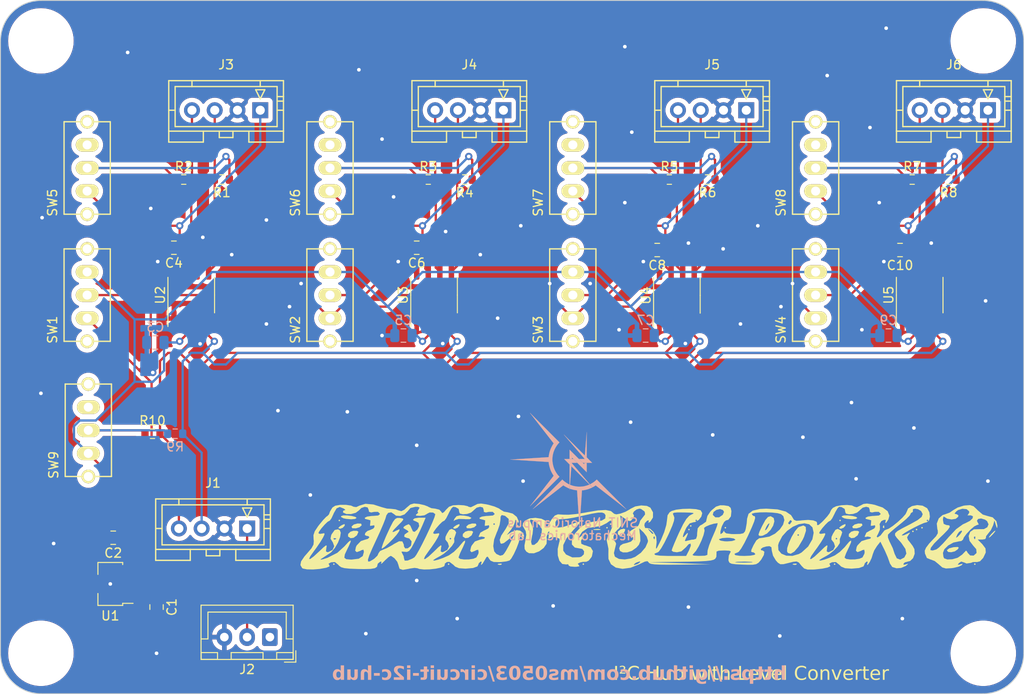
<source format=kicad_pcb>
(kicad_pcb (version 20221018) (generator pcbnew)
  (layers (0 "F.Cu" signal) (31 "B.Cu" signal) (34 "B.Paste" user) (35 "F.Paste" user) (36 "B.SilkS" user "B.Silkscreen") (37 "F.SilkS" user "F.Silkscreen") (38 "B.Mask" user) (39 "F.Mask" user) (44 "Edge.Cuts" user))
  (net 0 "")
  (net 1 "+5V")
  (net 2 "GND")
  (net 3 "+3.3V")
  (net 4 "/SCL")
  (net 5 "/SDA")
  (net 7 "Net-(J3-Pin_4)")
  (net 8 "Net-(J3-Pin_3)")
  (net 9 "Net-(J3-Pin_1)")
  (net 10 "Net-(J4-Pin_4)")
  (net 11 "Net-(J4-Pin_3)")
  (net 12 "Net-(J4-Pin_1)")
  (net 13 "Net-(J5-Pin_4)")
  (net 14 "Net-(J5-Pin_3)")
  (net 15 "Net-(J5-Pin_1)")
  (net 16 "Net-(J6-Pin_4)")
  (net 17 "Net-(J6-Pin_3)")
  (net 18 "Net-(J6-Pin_1)")
  (net 19 "Net-(R1-Pad1)")
  (net 20 "Net-(R3-Pad1)")
  (net 21 "Net-(R5-Pad1)")
  (net 22 "Net-(R7-Pad1)")
  (net 23 "Net-(R10-Pad1)")
  (footprint "mecha_connectors:XA_4pin_Straight" (layer "F.Cu") (at 113.685 64.135 180)
    (fp_text reference "J3")
    (fp_text value "SLAVE1")
  )
  (footprint "Capacitor_SMD:C_0805_2012Metric" (layer "F.Cu") (at 107.95 79.248 180)
    (fp_text reference "C4")
    (fp_text value "0.1u")
  )
  (footprint "Package_TO_SOT_SMD:SOT-89-3" (layer "F.Cu") (at 100.965 116.205 180)
    (fp_text reference "U1")
    (fp_text value "L78L33")
  )
  (footprint "mecha:holeφ3.2" (layer "F.Cu") (at 93.345 56.515)
    (fp_text reference " ")
    (fp_text value "holeφ3.2")
  )
  (footprint "kaibunsho:kaibunsho" (layer "F.Cu") (at 160.02 111.125)
    (fp_text reference "G***" hide)
    (fp_text value "LOGO" hide)
  )
  (footprint "Resistor_SMD:R_0603_1608Metric" (layer "F.Cu") (at 193.04 71.755 180)
    (fp_text reference "R8")
    (fp_text value "3.3k")
  )
  (footprint "Package_SO:SO-8_3.9x4.9mm_P1.27mm" (layer "F.Cu") (at 163.195 84.49 90)
    (fp_text reference "U4")
    (fp_text value "PCA9306D")
  )
  (footprint "mecha_connectors:XA_4pin_Straight" (layer "F.Cu") (at 167.065 64.135 180)
    (fp_text reference "J5")
    (fp_text value "SLAVE3")
  )
  (footprint "mecha:toggle_1-2" (layer "F.Cu") (at 178.435 84.455 90)
    (fp_text reference "SW4")
    (fp_text value "SLAVE4_LVL")
  )
  (footprint "Capacitor_SMD:C_0805_2012Metric" (layer "F.Cu") (at 134.62 79.248 180)
    (fp_text reference "C6")
    (fp_text value "0.1u")
  )
  (footprint "mecha:toggle_1-2" (layer "F.Cu") (at 98.552 99.314 90)
    (fp_text reference "SW9")
    (fp_text value "MASTER_PLUP")
  )
  (footprint "Resistor_SMD:R_0603_1608Metric" (layer "F.Cu") (at 135.89 71.755)
    (fp_text reference "R3")
    (fp_text value "3.3k")
  )
  (footprint "Resistor_SMD:R_0603_1608Metric" (layer "F.Cu") (at 105.6 99.695)
    (fp_text reference "R10")
    (fp_text value "3.3k")
  )
  (footprint "mecha:toggle_1-2" (layer "F.Cu") (at 178.435 70.485 90)
    (fp_text reference "SW8")
    (fp_text value "SLAVE4_PLUP")
  )
  (footprint "Package_SO:SO-8_3.9x4.9mm_P1.27mm" (layer "F.Cu") (at 189.865 84.455 90)
    (fp_text reference "U5")
    (fp_text value "PCA9306D")
  )
  (footprint "Resistor_SMD:R_0603_1608Metric" (layer "F.Cu") (at 189.04 71.755)
    (fp_text reference "R7")
    (fp_text value "3.3k")
  )
  (footprint "Package_SO:SO-8_3.9x4.9mm_P1.27mm" (layer "F.Cu") (at 136.525 84.455 90)
    (fp_text reference "U3")
    (fp_text value "PCA9306D")
  )
  (footprint "Resistor_SMD:R_0603_1608Metric" (layer "F.Cu") (at 162.37 71.755)
    (fp_text reference "R5")
    (fp_text value "3.3k")
  )
  (footprint "mecha:holeφ3.2" (layer "F.Cu") (at 93.345 123.825)
    (fp_text reference " ")
    (fp_text value "holeφ3.2")
  )
  (footprint "Resistor_SMD:R_0603_1608Metric" (layer "F.Cu") (at 109.03 71.755)
    (fp_text reference "R2")
    (fp_text value "3.3k")
  )
  (footprint "mecha:toggle_1-2" (layer "F.Cu") (at 125.095 70.485 90)
    (fp_text reference "SW6")
    (fp_text value "SLAVE2_PLUP")
  )
  (footprint "mecha_connectors:XA_4pin_Straight" (layer "F.Cu") (at 140.395 64.135 180)
    (fp_text reference "J4")
    (fp_text value "SLAVE2")
  )
  (footprint "mecha_connectors:XA_4pin_Straight" (layer "F.Cu") (at 112.248 110.109 180)
    (fp_text reference "J1")
    (fp_text value "MASTER")
  )
  (footprint "Capacitor_SMD:C_0805_2012Metric" (layer "F.Cu") (at 101.285 111.125 180)
    (fp_text reference "C2")
    (fp_text value "0.1u")
  )
  (footprint "mecha:holeφ3.2" (layer "F.Cu") (at 196.85 123.825)
    (fp_text reference " ")
    (fp_text value "holeφ3.2")
  )
  (footprint "mecha_connectors:XA_4pin_Straight" (layer "F.Cu") (at 193.615 64.135 180)
    (fp_text reference "J6")
    (fp_text value "SLAVE4")
  )
  (footprint "Resistor_SMD:R_0603_1608Metric" (layer "F.Cu") (at 166.56 71.755 180)
    (fp_text reference "R6")
    (fp_text value "3.3k")
  )
  (footprint "mecha:toggle_1-2" (layer "F.Cu") (at 151.765 70.485 90)
    (fp_text reference "SW7")
    (fp_text value "SLAVE3_PLUP")
  )
  (footprint "mecha:toggle_1-2" (layer "F.Cu") (at 98.425 70.485 90)
    (fp_text reference "SW5")
    (fp_text value "SLAVE1_PLUP")
  )
  (footprint "Capacitor_SMD:C_0805_2012Metric" (layer "F.Cu") (at 106.045 118.745 -90)
    (fp_text reference "C1")
    (fp_text value "0.33u")
  )
  (footprint "Connector_JST:JST_XH_B3B-XH-A_1x03_P2.50mm_Vertical" (layer "F.Cu") (at 118.491 122.047 180)
    (fp_text reference "J2")
    (fp_text value "EXT_PWR")
  )
  (footprint "Capacitor_SMD:C_0805_2012Metric" (layer "F.Cu") (at 161.036 79.502 180)
    (fp_text reference "C8")
    (fp_text value "0.1u")
  )
  (footprint "Package_SO:SO-8_3.9x4.9mm_P1.27mm" (layer "F.Cu") (at 109.855 84.455 90)
    (fp_text reference "U2")
    (fp_text value "PCA9306D")
  )
  (footprint "mecha:toggle_1-2" (layer "F.Cu") (at 125.095 84.455 90)
    (fp_text reference "SW2")
    (fp_text value "SLAVE2_LVL")
  )
  (footprint "mecha:toggle_1-2" (layer "F.Cu") (at 98.425 84.455 90)
    (fp_text reference "SW1")
    (fp_text value "SLAVE1_LVL")
  )
  (footprint "mecha:holeφ3.2" (layer "F.Cu") (at 196.85 56.515)
    (fp_text reference " ")
    (fp_text value "holeφ3.2")
  )
  (footprint "mecha:toggle_1-2" (layer "F.Cu") (at 151.765 84.455 90)
    (fp_text reference "SW3")
    (fp_text value "SLAVE3_LVL")
  )
  (footprint "Resistor_SMD:R_0603_1608Metric" (layer "F.Cu") (at 113.22 71.755 180)
    (fp_text reference "R1")
    (fp_text value "3.3k")
  )
  (footprint "Resistor_SMD:R_0603_1608Metric" (layer "F.Cu") (at 139.89 71.755 180)
    (fp_text reference "R4")
    (fp_text value "3.3k")
  )
  (footprint "Capacitor_SMD:C_0805_2012Metric" (layer "F.Cu") (at 187.706 79.502 180)
    (fp_text reference "C10")
    (fp_text value "0.1u")
  )
  (footprint "Capacitor_SMD:C_0805_2012Metric" (layer "B.Cu") (at 159.766 88.9 180)
    (fp_text reference "C7")
    (fp_text value "0.1u")
  )
  (footprint "Resistor_SMD:R_0603_1608Metric" (layer "B.Cu") (at 108.0902 99.695)
    (fp_text reference "R9")
    (fp_text value "3.3k")
  )
  (footprint "Capacitor_SMD:C_0805_2012Metric" (layer "B.Cu") (at 105.918 89.662 180)
    (fp_text reference "C3")
    (fp_text value "0.1u")
  )
  (footprint "mecha:LOGO" (layer "B.Cu") (at 151.638 103.886 180)
    (fp_text reference "G***" hide)
    (fp_text value "LOGO" hide)
  )
  (footprint "Capacitor_SMD:C_0805_2012Metric" (layer "B.Cu") (at 186.436 88.9 180)
    (fp_text reference "C9")
    (fp_text value "0.1u")
  )
  (footprint "Capacitor_SMD:C_0805_2012Metric" (layer "B.Cu") (at 133.162 88.9 180)
    (fp_text reference "C5")
    (fp_text value "0.1u")
  )
  (gr_arc (start 196.85 52.07) (mid 199.99309 53.37191) (end 201.295 56.515) (stroke (width 0.1)) (layer "Edge.Cuts"))
  (gr_line (start 93.345 52.07) (end 196.85 52.07) (stroke (width 0.1)) (layer "Edge.Cuts"))
  (gr_line (start 196.85 128.27) (end 93.345 128.27) (stroke (width 0.1)) (layer "Edge.Cuts"))
  (gr_arc (start 88.9 56.515) (mid 90.20191 53.37191) (end 93.345 52.07) (stroke (width 0.1)) (layer "Edge.Cuts"))
  (gr_arc (start 93.345 128.27) (mid 90.20191 126.96809) (end 88.9 123.825) (stroke (width 0.1)) (layer "Edge.Cuts"))
  (gr_arc (start 201.295 123.825) (mid 199.99309 126.96809) (end 196.85 128.27) (stroke (width 0.1)) (layer "Edge.Cuts"))
  (gr_line (start 201.295 56.515) (end 201.295 123.825) (stroke (width 0.1)) (layer "Edge.Cuts"))
  (gr_line (start 88.9 123.825) (end 88.9 56.515) (stroke (width 0.1)) (layer "Edge.Cuts"))
  (gr_text "https://github.com/ms0503/circuit-i2c-hub" (at 175.26 127) (layer "B.SilkS") (effects (font (size 1.5 1.5) (thickness 0.3) bold) (justify left bottom mirror)))
  (gr_text "I²C Hub with Level Converter" (at 156.21 127) (layer "F.SilkS") (effects (font (size 1.5 1.5)) (justify left bottom)))
  (segment (start 109.855 117.795) (end 114.401 117.795) (width 0.25) (layer "F.Cu") (net 1))
  (segment (start 132.715 84.455) (end 149.225 84.455) (width 0.25) (layer "F.Cu") (net 1))
  (segment (start 159.385 84.455) (end 175.895 84.455) (width 0.25) (layer "F.Cu") (net 1))
  (segment (start 114.401 117.795) (end 115.991 116.205) (width 0.25) (layer "F.Cu") (net 1))
  (segment (start 102.915 117.705) (end 105.955 117.705) (width 0.25) (layer "F.Cu") (net 1))
  (segment (start 98.425 86.995) (end 104.14 92.71) (width 0.25) (layer "F.Cu") (net 1))
  (segment (start 125.095 86.995) (end 126.365 85.725) (width 0.25) (layer "F.Cu") (net 1))
  (segment (start 153.035 85.725) (end 158.115 85.725) (width 0.25) (layer "F.Cu") (net 1))
  (segment (start 158.115 85.725) (end 159.385 84.455) (width 0.25) (layer "F.Cu") (net 1))
  (segment (start 109.06 117) (end 109.855 117.795) (width 0.25) (layer "F.Cu") (net 1))
  (segment (start 105.5 94.07) (end 105.5 113.44) (width 0.25) (layer "F.Cu") (net 1))
  (segment (start 109.06 117) (end 108.265 117.795) (width 0.25) (layer "F.Cu") (net 1))
  (segment (start 105.41 91.44) (end 105.41 85.725) (width 0.25) (layer "F.Cu") (net 1))
  (segment (start 126.365 85.725) (end 131.445 85.725) (width 0.25) (layer "F.Cu") (net 1))
  (segment (start 105.955 117.705) (end 106.045 117.795) (width 0.25) (layer "F.Cu") (net 1))
  (segment (start 104.14 92.71) (end 105.41 91.44) (width 0.25) (layer "F.Cu") (net 1))
  (segment (start 104.14 92.71) (end 105.5 94.07) (width 0.25) (layer "F.Cu") (net 1))
  (segment (start 115.991 116.205) (end 115.991 110.116) (width 0.25) (layer "F.Cu") (net 1))
  (segment (start 115.991 110.116) (end 115.998 110.109) (width 0.25) (layer "F.Cu") (net 1))
  (segment (start 105.5 113.44) (end 109.06 117) (width 0.25) (layer "F.Cu") (net 1))
  (segment (start 151.765 86.995) (end 153.035 85.725) (width 0.25) (layer "F.Cu") (net 1))
  (segment (start 122.555 84.455) (end 125.095 86.995) (width 0.25) (layer "F.Cu") (net 1))
  (segment (start 175.895 84.455) (end 178.435 86.995) (width 0.25) (layer "F.Cu") (net 1))
  (segment (start 108.265 117.795) (end 106.045 117.795) (width 0.25) (layer "F.Cu") (net 1))
  (segment (start 115.991 119.385) (end 114.401 117.795) (width 0.25) (layer "F.Cu") (net 1))
  (segment (start 106.68 84.455) (end 122.555 84.455) (width 0.25) (layer "F.Cu") (net 1))
  (segment (start 131.445 85.725) (end 132.715 84.455) (width 0.25) (layer "F.Cu") (net 1))
  (segment (start 149.225 84.455) (end 151.765 86.995) (width 0.25) (layer "F.Cu") (net 1))
  (segment (start 105.41 85.725) (end 106.68 84.455) (width 0.25) (layer "F.Cu") (net 1))
  (segment (start 115.991 122.047) (end 115.991 119.385) (width 0.25) (layer "F.Cu") (net 1))
  (via (at 141.605 80.01) (size 0.8) (drill 0.4) (layers "F.Cu" "B.Cu") (net 2))
  (via (at 172.085 76.835) (size 0.8) (drill 0.4) (layers "F.Cu" "B.Cu") (net 2))
  (via (at 175.895 83.185) (size 0.8) (drill 0.4) (layers "F.Cu" "B.Cu") (net 2))
  (via (at 197.104 85.09) (size 0.8) (drill 0.4) (layers "F.Cu" "B.Cu") (net 2))
  (via (at 137.478734 89.782344) (size 0.8) (drill 0.4) (layers "F.Cu" "B.Cu") (net 2))
  (via (at 128.27 59.69) (size 0.8) (drill 0.4) (layers "F.Cu" "B.Cu") (net 2))
  (via (at 185.928 80.772) (size 0.8) (drill 0.4) (layers "F.Cu" "B.Cu") (net 2))
  (via (at 105.633189 92.966898) (size 0.8) (drill 0.4) (layers "F.Cu" "B.Cu") (net 2))
  (via (at 157.48 57.15) (size 0.8) (drill 0.4) (layers "F.Cu" "B.Cu") (net 2))
  (via (at 170.18 87.63) (size 0.8) (drill 0.4) (layers "F.Cu" "B.Cu") (net 2))
  (via (at 130.81 67.31) (size 0.8) (drill 0.4) (layers "F.Cu" "B.Cu") (net 2))
  (via (at 158.242 66.548) (size 0.8) (drill 0.4) (layers "F.Cu" "B.Cu") (net 2))
  (via (at 93.472 75.946) (size 0.8) (drill 0.4) (layers "F.Cu" "B.Cu") (net 2))
  (via (at 134.62 100.965) (size 0.8) (drill 0.4) (layers "F.Cu" "B.Cu") (net 2))
  (via (at 100.965 116.205) (size 0.8) (drill 0.4) (layers "F.Cu" "B.Cu") (net 2))
  (via (at 185.42 74.295) (size 0.8) (drill 0.4) (layers "F.Cu" "B.Cu") (net 2))
  (via (at 146.304 104.902) (size 0.8) (drill 0.4) (layers "F.Cu" "B.Cu") (net 2))
  (via (at 127 97.282) (size 0.8) (drill 0.4) (layers "F.Cu" "B.Cu") (net 2))
  (via (at 134.62 115.824) (size 0.8) (drill 0.4) (layers "F.Cu" "B.Cu") (net 2))
  (via (at 143.51 86.995) (size 0.8) (drill 0.4) (layers "F.Cu" "B.Cu") (net 2))
  (via (at 187.96 120.015) (size 0.8) (drill 0.4) (layers "F.Cu" "B.Cu") (net 2))
  (via (at 111.125 78.105) (size 0.8) (drill 0.4) (layers "F.Cu" "B.Cu") (net 2))
  (via (at 149.606 118.618) (size 0.8) (drill 0.4) (layers "F.Cu" "B.Cu") (net 2))
  (via (at 186.182 55.118) (size 0.8) (drill 0.4) (layers "F.Cu" "B.Cu") (net 2))
  (via (at 146.05 76.835) (size 0.8) (drill 0.4) (layers "F.Cu" "B.Cu") (net 2))
  (via (at 158.115 98.425) (size 0.8) (drill 0.4) (layers "F.Cu" "B.Cu") (net 2))
  (via (at 122.936 106.426) (size 0.8) (drill 0.4) (layers "F.Cu" "B.Cu") (net 2))
  (via (at 174.498 121.92) (size 0.8) (drill 0.4) (layers "F.Cu" "B.Cu") (net 2))
  (via (at 167.132 99.822) (size 0.8) (drill 0.4) (layers "F.Cu" "B.Cu") (net 2))
  (via (at 118.11 87.63) (size 0.8) (drill 0.4) (layers "F.Cu" "B.Cu") (net 2))
  (via (at 118.11 76.2) (size 0.8) (drill 0.4) (layers "F.Cu" "B.Cu") (net 2))
  (via (at 106.045 123.825) (size 0.8) (drill 0.4) (layers "F.Cu" "B.Cu") (net 2))
  (via (at 156.845 88.265) (size 0.8) (drill 0.4) (layers "F.Cu" "B.Cu") (net 2))
  (via (at 130.81 88.9) (size 0.8) (drill 0.4) (layers "F.Cu" "B.Cu") (net 2))
  (via (at 164.465 78.74) (size 0.8) (drill 0.4) (layers "F.Cu" "B.Cu") (net 2))
  (via (at 129.032 121.666) (size 0.8) (drill 0.4) (layers "F.Cu" "B.Cu") (net 2))
  (via (at 102.87 57.785) (size 0.8) (drill 0.4) (layers "F.Cu" "B.Cu") (net 2))
  (via (at 182.88 104.648) (size 0.8) (drill 0.4) (layers "F.Cu" "B.Cu") (net 2))
  (via (at 121.92 83.185) (size 0.8) (drill 0.4) (layers "F.Cu" "B.Cu") (net 2))
  (via (at 159.512 80.772) (size 0.8) (drill 0.4) (layers "F.Cu" "B.Cu") (net 2))
  (via (at 179.705 60.325) (size 0.8) (drill 0.4) (layers "F.Cu" "B.Cu") (net 2))
  (via (at 184.404 66.04) (size 0.8) (drill 0.4) (layers "F.Cu" "B.Cu") (net 2))
  (via (at 164.465 118.745) (size 0.8) (drill 0.4) (layers "F.Cu" "B.Cu") (net 2))
  (via (at 110.827414 89.813262) (size 0.8) (drill 0.4) (layers "F.Cu" "B.Cu") (net 2))
  (via (at 119.38 97.155) (size 0.8) (drill 0.4) (layers "F.Cu" "B.Cu") (net 2))
  (via (at 189.23 99.06) (size 0.8) (drill 0.4) (layers "F.Cu" "B.Cu") (net 2))
  (via (at 168.275 79.375) (size 0.8) (drill 0.4) (layers "F.Cu" "B.Cu") (net 2))
  (via (at 132.588 80.772) (size 0.8) (drill 0.4) (layers "F.Cu" "B.Cu") (net 2))
  (via (at 145.796 97.79) (size 0.8) (drill 0.4) (layers "F.Cu" "B.Cu") (net 2))
  (via (at 106.172 80.772) (size 0.8) (drill 0.4) (layers "F.Cu" "B.Cu") (net 2))
  (via (at 153.67 83.185) (size 0.8) (drill 0.4) (layers "F.Cu" "B.Cu") (net 2))
  (via (at 183.515 88.265) (size 0.8) (drill 0.4) (layers "F.Cu" "B.Cu") (net 2))
  (via (at 93.345 95.25) (size 0.8) (drill 0.4) (layers "F.Cu" "B.Cu") (net 2))
  (via (at 94.742 111.76) (size 0.8) (drill 0.4) (layers "F.Cu" "B.Cu") (net 2))
  (via (at 177.038 100.076) (size 0.8) (drill 0.4) (layers "F.Cu" "B.Cu") (net 2))
  (via (at 182.372 96.266) (size 0.8) (drill 0.4) (layers "F.Cu" "B.Cu") (net 2))
  (via (at 120.65 85.725) (size 0.8) (drill 0.4) (layers "F.Cu" "B.Cu") (net 2))
  (via (at 105.41 74.93) (size 0.8) (drill 0.4) (layers "F.Cu" "B.Cu") (net 2))
  (via (at 132.08 73.66) (size 0.8) (drill 0.4) (layers "F.Cu" "B.Cu") (net 2))
  (via (at 149.225 83.185) (size 0.8) (drill 0.4) (layers "F.Cu" "B.Cu") (net 2))
  (via (at 164.12989 89.774454) (size 0.8) (drill 0.4) (layers "F.Cu" "B.Cu") (net 2))
  (via (at 191.135 78.74) (size 0.8) (drill 0.4) (layers "F.Cu" "B.Cu") (net 2))
  (via (at 114.3 80.01) (size 0.8) (drill 0.4) (layers "F.Cu" "B.Cu") (net 2))
  (via (at 174.625 85.725) (size 0.8) (drill 0.4) (layers "F.Cu" "B.Cu") (net 2))
  (via (at 157.48 74.295) (size 0.8) (drill 0.4) (layers "F.Cu" "B.Cu") (net 2))
  (via (at 197.358 104.902) (size 0.8) (drill 0.4) (layers "F.Cu" "B.Cu") (net 2))
  (via (at 139.065 120.015) (size 0.8) (drill 0.4) (layers "F.Cu" "B.Cu") (net 2))
  (via (at 137.795 77.47) (size 0.8) (drill 0.4) (layers "F.Cu" "B.Cu") (net 2))
  (segment (start 102.915 114.705) (end 102.915 111.805) (width 0.25) (layer "F.Cu") (net 3))
  (segment (start 135.89 88.9) (end 135.255 89.535) (width 0.25) (layer "F.Cu") (net 3))
  (segment (start 162.56 88.9) (end 161.925 89.535) (width 0.25) (layer "F.Cu") (net 3))
  (segment (start 189.23 88.9) (end 188.595 89.535) (width 0.25) (layer "F.Cu") (net 3))
  (segment (start 102.235 105.537) (end 98.552 101.854) (width 0.25) (layer "F.Cu") (net 3))
  (segment (start 189.23 87.03) (end 189.23 88.9) (width 0.25) (layer "F.Cu") (net 3))
  (segment (start 135.89 87.03) (end 135.89 88.9) (width 0.25) (layer "F.Cu") (net 3))
  (segment (start 162.56 87.065) (end 162.56 88.9) (width 0.25) (layer "F.Cu") (net 3))
  (segment (start 102.235 111.125) (end 102.235 105.537) (width 0.25) (layer "F.Cu") (net 3))
  (segment (start 102.915 111.805) (end 102.235 111.125) (width 0.25) (layer "F.Cu") (net 3))
  (segment (start 109.22 88.9) (end 108.585 89.535) (width 0.25) (layer "F.Cu") (net 3))
  (segment (start 109.22 87.03) (end 109.22 88.9) (width 0.25) (layer "F.Cu") (net 3))
  (via (at 135.255 89.535) (size 0.8) (drill 0.4) (layers "F.Cu" "B.Cu") (net 3))
  (via (at 108.585 89.535) (size 0.8) (drill 0.4) (layers "F.Cu" "B.Cu") (net 3))
  (via (at 161.925 89.535) (size 0.8) (drill 0.4) (layers "F.Cu" "B.Cu") (net 3))
  (via (at 188.595 89.535) (size 0.8) (drill 0.4) (layers "F.Cu" "B.Cu") (net 3))
  (segment (start 103.632 93.98) (end 99.373 98.239) (width 0.25) (layer "B.Cu") (net 3))
  (segment (start 188.595 89.535) (end 188.021 89.535) (width 0.25) (layer "B.Cu") (net 3))
  (segment (start 98.425 81.915) (end 103.632 87.122) (width 0.25) (layer "B.Cu") (net 3))
  (segment (start 103.632 93.98) (end 105.645392 93.98) (width 0.25) (layer "B.Cu") (net 3))
  (segment (start 96.977 98.86872) (end 96.977 100.279) (width 0.25) (layer "B.Cu") (net 3))
  (segment (start 125.095 81.915) (end 127.635 81.915) (width 0.25) (layer "B.Cu") (net 3))
  (segment (start 112.141 81.915) (end 125.095 81.915) (width 0.25) (layer "B.Cu") (net 3))
  (segment (start 131.445 85.725) (end 134.112 88.392) (width 0.25) (layer "B.Cu") (net 3))
  (segment (start 178.435 81.915) (end 180.975 81.915) (width 0.25) (layer "B.Cu") (net 3))
  (segment (start 134.112 88.9) (end 134.62 88.9) (width 0.25) (layer "B.Cu") (net 3))
  (segment (start 105.645392 93.98) (end 106.868 92.757392) (width 0.25) (layer "B.Cu") (net 3))
  (segment (start 134.62 88.9) (end 135.255 89.535) (width 0.25) (layer "B.Cu") (net 3))
  (segment (start 127.635 81.915) (end 131.445 85.725) (width 0.25) (layer "B.Cu") (net 3))
  (segment (start 160.716 88.326) (end 160.716 88.9) (width 0.25) (layer "B.Cu") (net 3))
  (segment (start 97.60672 98.239) (end 96.977 98.86872) (width 0.25) (layer "B.Cu") (net 3))
  (segment (start 187.386 88.326) (end 187.386 88.9) (width 0.25) (layer "B.Cu") (net 3))
  (segment (start 158.115 85.725) (end 161.925 81.915) (width 0.25) (layer "B.Cu") (net 3))
  (segment (start 99.373 98.239) (end 97.60672 98.239) (width 0.25) (layer "B.Cu") (net 3))
  (segment (start 161.925 81.915) (end 178.435 81.915) (width 0.25) (layer "B.Cu") (net 3))
  (segment (start 108.458 89.662) (end 108.585 89.535) (width 0.25) (layer "B.Cu") (net 3))
  (segment (start 158.115 85.725) (end 160.716 88.326) (width 0.25) (layer "B.Cu") (net 3))
  (segment (start 106.868 92.757392) (end 106.868 89.662) (width 0.25) (layer "B.Cu") (net 3))
  (segment (start 96.977 100.279) (end 98.552 101.854) (width 0.25) (layer "B.Cu") (net 3))
  (segment (start 106.934 87.122) (end 112.141 81.915) (width 0.25) (layer "B.Cu") (net 3))
  (segment (start 103.632 87.122) (end 103.632 93.98) (width 0.25) (layer "B.Cu") (net 3))
  (segment (start 135.255 81.915) (end 151.765 81.915) (width 0.25) (layer "B.Cu") (net 3))
  (segment (start 154.305 81.915) (end 151.765 81.915) (width 0.25) (layer "B.Cu") (net 3))
  (segment (start 106.868 89.662) (end 108.458 89.662) (width 0.25) (layer "B.Cu") (net 3))
  (segment (start 188.021 89.535) (end 187.386 88.9) (width 0.25) (layer "B.Cu") (net 3))
  (segment (start 131.445 85.725) (end 135.255 81.915) (width 0.25) (layer "B.Cu") (net 3))
  (segment (start 161.925 89.535) (end 161.351 89.535) (width 0.25) (layer "B.Cu") (net 3))
  (segment (start 134.112 88.392) (end 134.112 88.9) (width 0.25) (layer "B.Cu") (net 3))
  (segment (start 103.632 87.122) (end 106.934 87.122) (width 0.25) (layer "B.Cu") (net 3))
  (segment (start 161.351 89.535) (end 160.716 88.9) (width 0.25) (layer "B.Cu") (net 3))
  (segment (start 158.115 85.725) (end 154.305 81.915) (width 0.25) (layer "B.Cu") (net 3))
  (segment (start 180.975 81.915) (end 187.386 88.326) (width 0.25) (layer "B.Cu") (net 3))
  (segment (start 164.465 92.075) (end 165.735 90.805) (width 0.25) (layer "F.Cu") (net 4))
  (segment (start 108.585 90.805) (end 109.855 92.075) (width 0.25) (layer "F.Cu") (net 4))
  (segment (start 161.925 90.805) (end 163.195 92.075) (width 0.25) (layer "F.Cu") (net 4))
  (segment (start 108.585 90.805) (end 109.855 89.535) (width 0.25) (layer "F.Cu") (net 4))
  (segment (start 106.425 99.695) (end 108.498 101.768) (width 0.25) (layer "F.Cu") (net 4))
  (segment (start 161.925 90.805) (end 163.83 88.9) (width 0.25) (layer "F.Cu") (net 4))
  (segment (start 163.83 88.9) (end 163.83 87.065) (width 0.25) (layer "F.Cu") (net 4))
  (segment (start 137.795 92.075) (end 139.065 90.805) (width 0.25) (layer "F.Cu") (net 4))
  (segment (start 135.255 90.805) (end 137.16 88.9) (width 0.25) (layer "F.Cu") (net 4))
  (segment (start 190.5 88.9) (end 190.5 87.03) (width 0.25) (layer "F.Cu") (net 4))
  (segment (start 165.735 90.805) (end 188.595 90.805) (width 0.25) (layer "F.Cu") (net 4))
  (segment (start 135.255 90.805) (end 136.525 92.075) (width 0.25) (layer "F.Cu") (net 4))
  (segment (start 111.125 92.075) (end 112.395 90.805) (width 0.25) (layer "F.Cu") (net 4))
  (segment (start 107.315 90.805) (end 108.585 90.805) (width 0.25) (layer "F.Cu") (net 4))
  (segment (start 188.595 90.805) (end 190.5 88.9) (width 0.25) (layer "F.Cu") (net 4))
  (segment (start 106.425 99.695) (end 106.425 91.695) (width 0.25) (layer "F.Cu") (net 4))
  (segment (start 137.16 88.9) (end 137.16 87.03) (width 0.25) (layer "F.Cu") (net 4))
  (segment (start 110.49 88.9) (end 110.49 87.03) (width 0.25) (layer "F.Cu") (net 4))
  (segment (start 109.855 89.535) (end 110.49 88.9) (width 0.25) (layer "F.Cu") (net 4))
  (segment (start 106.425 91.695) (end 107.315 90.805) (width 0.25) (layer "F.Cu") (net 4))
  (segment (start 163.195 92.075) (end 164.465 92.075) (width 0.25) (layer "F.Cu") (net 4))
  (segment (start 108.498 101.768) (end 108.498 110.109) (width 0.25) (layer "F.Cu") (net 4))
  (segment (start 112.395 90.805) (end 135.255 90.805) (width 0.25) (layer "F.Cu") (net 4))
  (segment (start 136.525 92.075) (end 137.795 92.075) (width 0.25) (layer "F.Cu") (net 4))
  (segment (start 109.855 92.075) (end 111.125 92.075) (width 0.25) (layer "F.Cu") (net 4))
  (segment (start 139.065 90.805) (end 161.925 90.805) (width 0.25) (layer "F.Cu") (net 4))
  (segment (start 111.76 87.03) (end 111.76 88.9) (width 0.25) (layer "F.Cu") (net 5))
  (segment (start 165.1 87.065) (end 165.1 88.9) (width 0.25) (layer "F.Cu") (net 5))
  (segment (start 111.76 88.9) (end 112.395 89.535) (width 0.25) (layer "F.Cu") (net 5))
  (segment (start 191.77 88.9) (end 192.405 89.535) (width 0.25) (layer "F.Cu") (net 5))
  (segment (start 138.43 88.9) (end 139.065 89.535) (width 0.25) (layer "F.Cu") (net 5))
  (segment (start 138.43 87.03) (end 138.43 88.9) (width 0.25) (layer "F.Cu") (net 5))
  (segment (start 165.1 88.9) (end 165.735 89.535) (width 0.25) (layer "F.Cu") (net 5))
  (segment (start 191.77 87.03) (end 191.77 88.9) (width 0.25) (layer "F.Cu") (net 5))
  (via (at 112.395 89.535) (size 0.8) (drill 0.4) (layers "F.Cu" "B.Cu") (net 5))
  (via (at 165.735 89.535) (size 0.8) (drill 0.4) (layers "F.Cu" "B.Cu") (net 5))
  (via (at 192.405 89.535) (size 0.8) (drill 0.4) (layers "F.Cu" "B.Cu") (net 5))
  (via (at 139.065 89.535) (size 0.8) (drill 0.4) (layers "F.Cu" "B.Cu") (net 5))
  (segment (start 113.665 92.075) (end 114.935 90.805) (width 0.25) (layer "B.Cu") (net 5))
  (segment (start 137.795 90.805) (end 139.065 92.075) (width 0.25) (layer "B.Cu") (net 5))
  (segment (start 109.855 90.805) (end 111.125 90.805) (width 0.25) (layer "B.Cu") (net 5))
  (segment (start 192.405 89.535) (end 191.135 90.805) (width 0.25) (layer "B.Cu") (net 5))
  (segment (start 164.465 90.805) (end 141.605 90.805) (width 0.25) (layer "B.Cu") (net 5))
  (segment (start 139.065 92.075) (end 140.335 92.075) (width 0.25) (layer "B.Cu") (net 5))
  (segment (start 108.9152 99.695) (end 110.998 101.7778) (width 0.25) (layer "B.Cu") (net 5))
  (segment (start 137.795 90.805) (end 139.065 89.535) (width 0.25) (layer "B.Cu") (net 5))
  (segment (start 165.735 89.535) (end 164.465 90.805) (width 0.25) (layer "B.Cu") (net 5))
  (segment (start 110.998 101.7778) (end 110.998 110.109) (width 0.25) (layer "B.Cu") (net 5))
  (segment (start 108.9152 91.7448) (end 109.855 90.805) (width 0.25) (layer "B.Cu") (net 5))
  (segment (start 108.9152 99.695) (end 108.9152 91.7448) (width 0.25) (layer "B.Cu") (net 5))
  (segment (start 114.935 90.805) (end 137.795 90.805) (width 0.25) (layer "B.Cu") (net 5))
  (segment (start 140.335 92.075) (end 141.605 90.805) (width 0.25) (layer "B.Cu") (net 5))
  (segment (start 191.135 90.805) (end 168.275 90.805) (width 0.25) (layer "B.Cu") (net 5))
  (segment (start 112.395 92.075) (end 113.665 92.075) (width 0.25) (layer "B.Cu") (net 5))
  (segment (start 164.465 90.805) (end 165.735 92.075) (width 0.25) (layer "B.Cu") (net 5))
  (segment (start 165.735 92.075) (end 167.005 92.075) (width 0.25) (layer "B.Cu") (net 5))
  (segment (start 111.125 90.805) (end 112.395 92.075) (width 0.25) (layer "B.Cu") (net 5))
  (segment (start 167.005 92.075) (end 168.275 90.805) (width 0.25) (layer "B.Cu") (net 5))
  (segment (start 111.125 90.805) (end 112.395 89.535) (width 0.25) (layer "B.Cu") (net 5))
  (segment (start 109.935 71.675) (end 109.935 64.135) (width 0.25) (layer "F.Cu") (net 7))
  (segment (start 109.855 71.755) (end 109.935 71.675) (width 0.25) (layer "F.Cu") (net 7))
  (segment (start 110.49 81.88) (end 109.855 81.245) (width 0.25) (layer "F.Cu") (net 7))
  (segment (start 109.855 81.245) (end 109.855 71.755) (width 0.25) (layer "F.Cu") (net 7))
  (segment (start 112.435 71.795) (end 112.395 71.755) (width 0.25) (layer "F.Cu") (net 8))
  (segment (start 112.435 71.715) (end 112.435 64.135) (width 0.25) (layer "F.Cu") (net 8))
  (segment (start 112.395 71.755) (end 112.435 71.715) (width 0.25) (layer "F.Cu") (net 8))
  (segment (start 112.435 81.205) (end 111.76 81.88) (width 0.25) (layer "F.Cu") (net 8))
  (segment (start 112.435 81.205) (end 112.435 71.795) (width 0.25) (layer "F.Cu") (net 8))
  (segment (start 98.425 73.025) (end 104.775 79.375) (width 0.25) (layer "F.Cu") (net 9))
  (segment (start 108.9 81.56) (end 109.22 81.88) (width 0.25) (layer "F.Cu") (net 9))
  (segment (start 107.915 81.915) (end 107.95 81.88) (width 0.25) (layer "F.Cu") (net 9))
  (segment (start 107.315 76.835) (end 104.775 79.375) (width 0.25) (layer "F.Cu") (net 9))
  (segment (start 108.585 76.835) (end 108.585 78.933) (width 0.25) (layer "F.Cu") (net 9))
  (segment (start 104.775 81.915) (end 107.915 81.915) (width 0.25) (layer "F.Cu") (net 9))
  (segment (start 108.585 78.933) (end 108.9 79.248) (width 0.25) (layer "F.Cu") (net 9))
  (segment (start 108.585 76.835) (end 107.315 76.835) (width 0.25) (layer "F.Cu") (net 9))
  (segment (start 98.425 84.455) (end 102.235 84.455) (width 0.25) (layer "F.Cu") (net 9))
  (segment (start 108.9 79.248) (end 108.9 81.56) (width 0.25) (layer "F.Cu") (net 9))
  (segment (start 102.235 84.455) (end 104.775 81.915) (width 0.25) (layer "F.Cu") (net 9))
  (segment (start 104.775 79.375) (end 104.775 81.915) (width 0.25) (layer "F.Cu") (net 9))
  (via (at 108.585 76.835) (size 0.8) (drill 0.4) (layers "F.Cu" "B.Cu") (net 9))
  (segment (start 108.585 76.835) (end 117.435 67.985) (width 0.25) (layer "B.Cu") (net 9))
  (segment (start 117.435 67.985) (end 117.435 64.135) (width 0.25) (layer "B.Cu") (net 9))
  (segment (start 137.16 81.88) (end 136.715 81.435) (width 0.25) (layer "F.Cu") (net 10))
  (segment (start 136.715 71.755) (end 136.645 71.685) (width 0.25) (layer "F.Cu") (net 10))
  (segment (start 136.715 81.435) (end 136.715 71.755) (width 0.25) (layer "F.Cu") (net 10))
  (segment (start 136.645 71.685) (end 136.645 64.135) (width 0.25) (layer "F.Cu") (net 10))
  (segment (start 139.145 64.135) (end 139.145 71.675) (width 0.25) (layer "F.Cu") (net 11))
  (segment (start 139.065 71.755) (end 139.065 81.245) (width 0.25) (layer "F.Cu") (net 11))
  (segment (start 139.145 71.675) (end 139.065 71.755) (width 0.25) (layer "F.Cu") (net 11))
  (segment (start 139.065 81.245) (end 138.43 81.88) (width 0.25) (layer "F.Cu") (net 11))
  (segment (start 131.445 79.375) (end 125.095 73.025) (width 0.25) (layer "F.Cu") (net 12))
  (segment (start 134.585 81.915) (end 134.62 81.88) (width 0.25) (layer "F.Cu") (net 12))
  (segment (start 135.255 76.835) (end 133.985 76.835) (width 0.25) (layer "F.Cu") (net 12))
  (segment (start 135.255 76.835) (end 135.255 78.933) (width 0.25) (layer "F.Cu") (net 12))
  (segment (start 131.445 81.915) (end 134.585 81.915) (width 0.25) (layer "F.Cu") (net 12))
  (segment (start 135.57 79.248) (end 135.57 81.56) (width 0.25) (layer "F.Cu") (net 12))
  (segment (start 125.095 84.455) (end 128.905 84.455) (width 0.25) (layer "F.Cu") (net 12))
  (segment (start 128.905 84.455) (end 131.445 81.915) (width 0.25) (layer "F.Cu") (net 12))
  (segment (start 135.57 81.56) (end 135.89 81.88) (width 0.25) (layer "F.Cu") (net 12))
  (segment (start 131.445 81.915) (end 131.445 79.375) (width 0.25) (layer "F.Cu") (net 12))
  (segment (start 135.255 78.933) (end 135.57 79.248) (width 0.25) (layer "F.Cu") (net 12))
  (segment (start 133.985 76.835) (end 131.445 79.375) (width 0.25) (layer "F.Cu") (net 12))
  (via (at 135.255 76.835) (size 0.8) (drill 0.4) (layers "F.Cu" "B.Cu") (net 12))
  (segment (start 144.145 67.945) (end 144.145 64.135) (width 0.25) (layer "B.Cu") (net 12))
  (segment (start 135.255 76.835) (end 144.145 67.945) (width 0.25) (layer "B.Cu") (net 12))
  (segment (start 163.195 81.28) (end 163.83 81.915) (width 0.25) (layer "F.Cu") (net 13))
  (segment (start 163.195 71.755) (end 163.195 81.28) (width 0.25) (layer "F.Cu") (net 13))
  (segment (start 163.315 71.635) (end 163.195 71.755) (width 0.25) (layer "F.Cu") (net 13))
  (segment (start 163.315 64.135) (end 163.315 71.635) (width 0.25) (layer "F.Cu") (net 13))
  (segment (start 165.815 64.135) (end 165.815 71.675) (width 0.25) (layer "F.Cu") (net 14))
  (segment (start 165.1 81.915) (end 165.735 81.28) (width 0.25) (layer "F.Cu") (net 14))
  (segment (start 165.735 81.28) (end 165.735 71.755) (width 0.25) (layer "F.Cu") (net 14))
  (segment (start 165.815 71.675) (end 165.735 71.755) (width 0.25) (layer "F.Cu") (net 14))
  (segment (start 161.925 76.835) (end 160.655 76.835) (width 0.25) (layer "F.Cu") (net 15))
  (segment (start 151.765 84.455) (end 155.575 84.455) (width 0.25) (layer "F.Cu") (net 15))
  (segment (start 158.115 81.915) (end 161.29 81.915) (width 0.25) (layer "F.Cu") (net 15))
  (segment (start 158.115 79.375) (end 151.765 73.025) (width 0.25) (layer "F.Cu") (net 15))
  (segment (start 161.925 76.835) (end 161.925 79.441) (width 0.25) (layer "F.Cu") (net 15))
  (segment (start 161.986 81.341) (end 162.56 81.915) (width 0.25) (layer "F.Cu") (net 15))
  (segment (start 158.115 81.915) (end 158.115 79.375) (width 0.25) (layer "F.Cu") (net 15))
  (segment (start 160.655 76.835) (end 158.115 79.375) (width 0.25) (layer "F.Cu") (net 15))
  (segment (start 161.986 79.502) (end 161.986 81.341) (width 0.25) (layer "F.Cu") (net 15))
  (segment (start 161.925 79.441) (end 161.986 79.502) (width 0.25) (layer "F.Cu") (net 15))
  (segment (start 155.575 84.455) (end 158.115 81.915) (width 0.25) (layer "F.Cu") (net 15))
  (via (at 161.925 76.835) (size 0.8) (drill 0.4) (layers "F.Cu" "B.Cu") (net 15))
  (segment (start 161.925 76.835) (end 170.815 67.945) (width 0.25) (layer "B.Cu") (net 15))
  (segment (start 170.815 67.945) (end 170.815 64.135) (width 0.25) (layer "B.Cu") (net 15))
  (segment (start 189.865 71.755) (end 189.865 81.245) (width 0.25) (layer "F.Cu") (net 16))
  (segment (start 189.865 81.245) (end 190.5 81.88) (width 0.25) (layer "F.Cu") (net 16))
  (segment (start 189.865 64.135) (end 189.865 71.755) (width 0.25) (layer "F.Cu") (net 16))
  (segment (start 192.365 64.135) (end 192.365 71.605) (width 0.25) (layer "F.Cu") (net 17))
  (segment (start 192.215 81.435) (end 191.77 81.88) (width 0.25) (layer "F.Cu") (net 17))
  (segment (start 192.215 71.755) (end 192.215 81.435) (width 0.25) (layer "F.Cu") (net 17))
  (segment (start 192.365 71.605) (end 192.215 71.755) (width 0.25) (layer "F.Cu") (net 17))
  (segment (start 188.656 79.502) (end 188.656 81.306) (width 0.25) (layer "F.Cu") (net 18))
  (segment (start 184.785 79.375) (end 178.435 73.025) (width 0.25) (layer "F.Cu") (net 18))
  (segment (start 184.785 81.915) (end 184.785 79.375) (width 0.25) (layer "F.Cu") (net 18))
  (segment (start 178.435 84.455) (end 182.245 84.455) (width 0.25) (layer "F.Cu") (net 18))
  (segment (start 188.656 76.896) (end 188.656 79.502) (width 0.25) (layer "F.Cu") (net 18))
  (segment (start 184.785 81.915) (end 187.925 81.915) (width 0.25) (layer "F.Cu") (net 18))
  (segment (start 182.245 84.455) (end 184.785 81.915) (width 0.25) (layer "F.Cu") (net 18))
  (segment (start 187.325 76.835) (end 184.785 79.375) (width 0.25) (layer "F.Cu") (net 18))
  (segment (start 188.595 76.835) (end 187.325 76.835) (width 0.25) (layer "F.Cu") (net 18))
  (segment (start 188.595 76.835) (end 188.656 76.896) (width 0.25) (layer "F.Cu") (net 18))
  (segment (start 188.656 81.306) (end 189.23 81.88) (width 0.25) (layer "F.Cu") (net 18))
  (segment (start 187.925 81.915) (end 187.96 81.88) (width 0.25) (layer "F.Cu") (net 18))
  (via (at 188.595 76.835) (size 0.8) (drill 0.4) (layers "F.Cu" "B.Cu") (net 18))
  (segment (start 188.595 76.835) (end 197.365 68.065) (width 0.25) (layer "B.Cu") (net 18))
  (segment (start 197.365 68.065) (end 197.365 64.135) (width 0.25) (layer "B.Cu") (net 18))
  (segment (start 114.045 71.755) (end 114.045 69.595) (width 0.25) (layer "F.Cu") (net 19))
  (segment (start 108.205 71.755) (end 106.935 70.485) (width 0.25) (layer "F.Cu") (net 19))
  (segment (start 106.935 70.485) (end 98.425 70.485) (width 0.25) (layer "F.Cu") (net 19))
  (segment (start 114.045 69.595) (end 113.665 69.215) (width 0.25) (layer "F.Cu") (net 19))
  (via (at 113.665 69.215) (size 0.8) (drill 0.4) (layers "F.Cu" "B.Cu") (net 19))
  (segment (start 112.395 70.485) (end 98.425 70.485) (width 0.25) (layer "B.Cu") (net 19))
  (segment (start 113.665 69.215) (end 112.395 70.485) (width 0.25) (layer "B.Cu") (net 19))
  (segment (start 140.715 69.595) (end 140.335 69.215) (width 0.25) (layer "F.Cu") (net 20))
  (segment (start 133.795 70.485) (end 125.095 70.485) (width 0.25) (layer "F.Cu") (net 20))
  (segment (start 135.065 71.755) (end 133.795 70.485) (width 0.25) (layer "F.Cu") (net 20))
  (segment (start 140.715 71.755) (end 140.715 69.595) (width 0.25) (layer "F.Cu") (net 20))
  (via (at 140.335 69.215) (size 0.8) (drill 0.4) (layers "F.Cu" "B.Cu") (net 20))
  (segment (start 139.065 70.485) (end 125.095 70.485) (width 0.25) (layer "B.Cu") (net 20))
  (segment (start 140.335 69.215) (end 139.065 70.485) (width 0.25) (layer "B.Cu") (net 20))
  (segment (start 160.275 70.485) (end 151.765 70.485) (width 0.25) (layer "F.Cu") (net 21))
  (segment (start 167.385 71.755) (end 167.385 69.595) (width 0.25) (layer "F.Cu") (net 21))
  (segment (start 167.385 69.595) (end 167.005 69.215) (width 0.25) (layer "F.Cu") (net 21))
  (segment (start 161.545 71.755) (end 160.275 70.485) (width 0.25) (layer "F.Cu") (net 21))
  (via (at 167.005 69.215) (size 0.8) (drill 0.4) (layers "F.Cu" "B.Cu") (net 21))
  (segment (start 165.735 70.485) (end 151.765 70.485) (width 0.25) (layer "B.Cu") (net 21))
  (segment (start 167.005 69.215) (end 165.735 70.485) (width 0.25) (layer "B.Cu") (net 21))
  (segment (start 193.865 71.755) (end 193.865 69.405) (width 0.25) (layer "F.Cu") (net 22))
  (segment (start 188.215 71.755) (end 188.215 71.375) (width 0.25) (layer "F.Cu") (net 22))
  (segment (start 193.865 69.405) (end 193.675 69.215) (width 0.25) (layer "F.Cu") (net 22))
  (segment (start 178.435 70.485) (end 187.325 70.485) (width 0.25) (layer "F.Cu") (net 22))
  (segment (start 188.215 71.375) (end 187.325 70.485) (width 0.25) (layer "F.Cu") (net 22))
  (via (at 193.675 69.215) (size 0.8) (drill 0.4) (layers "F.Cu" "B.Cu") (net 22))
  (segment (start 192.405 70.485) (end 178.435 70.485) (width 0.25) (layer "B.Cu") (net 22))
  (segment (start 193.675 69.215) (end 192.405 70.485) (width 0.25) (layer "B.Cu") (net 22))
  (segment (start 98.552 99.314) (end 104.394 99.314) (width 0.25) (layer "F.Cu") (net 23))
  (segment (start 104.394 99.314) (end 104.775 99.695) (width 0.25) (layer "F.Cu") (net 23))
  (segment (start 106.8842 99.314) (end 107.2652 99.695) (width 0.25) (layer "B.Cu") (net 23))
  (segment (start 98.552 99.314) (end 106.8842 99.314) (width 0.25) (layer "B.Cu") (net 23))
  (zone (net 2) (net_name "GND") (layer "F.Cu") (connect_pads (clearance 0.5)) (min_thickness 0.25) (fill yes (thermal_gap 0.5) (thermal_bridge_width 0.5))
    (polygon (pts (xy 201.295 52.07) (xy 88.9 52.07) (xy 88.9 128.27) (xy 201.295 128.27)))
  )
  (zone (net 2) (net_name "GND") (layer "B.Cu") (priority 1) (connect_pads (clearance 0.5)) (min_thickness 0.25) (fill yes (thermal_gap 0.5) (thermal_bridge_width 0.5))
    (polygon (pts (xy 201.295 52.07) (xy 88.9 52.07) (xy 88.9 128.27) (xy 201.295 128.27)))
  )
)
</source>
